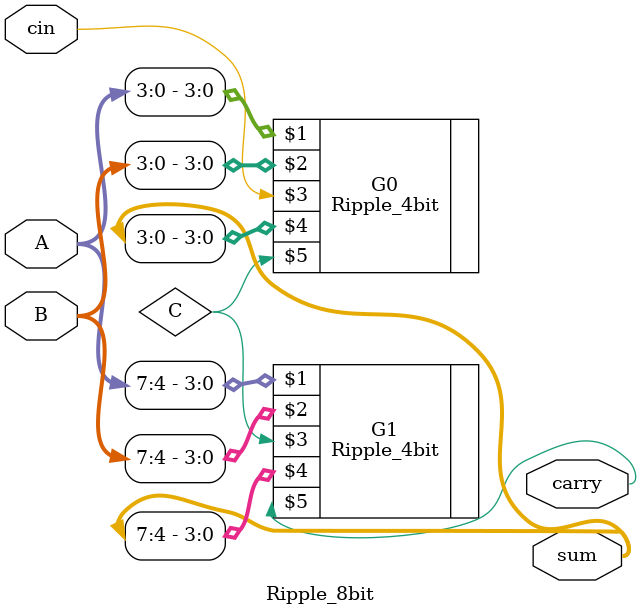
<source format=v>
`timescale 1ns / 1ps
module Ripple_8bit(  input [7:0] A,
                    input [7:0] B,
                    input cin,
                    output [7:0] sum,
                    output carry
);
    wire C;
    Ripple_4bit G0 (A[3:0], B[3:0], cin, sum[3:0], C);
    Ripple_4bit G1 (A[7:4], B[7:4], C, sum[7:4], carry);
endmodule

</source>
